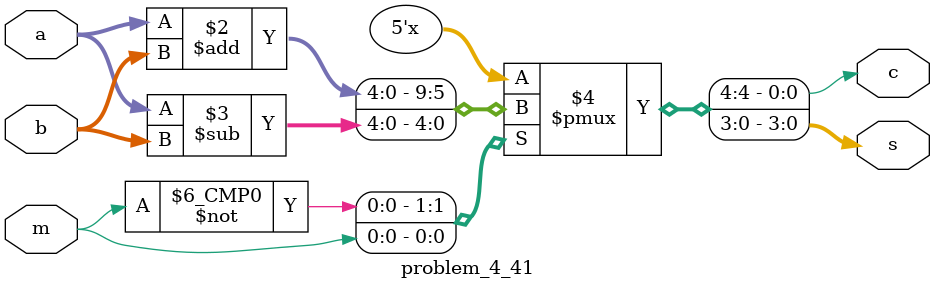
<source format=v>
module half_adder ( output s,c,
                    input x,y);
xor (s,x,y);
and (c,x,y);

endmodule 


module full_adder ( output s,c,
                    input x,y,z);

wire s1,c1,c2;
half_adder ha1 (s1,c1,x,y);
half_adder ha2 (s,c2,s1,z); 
or g1(c,c2,c1);

endmodule 

module ripple_carry_4_bit_adder ( output [3:0] sum , output c4,
                                  input [3:0] A,B , input c0);

wire c1,c2,c3;
full_adder fa0 (sum[0],c1,A[0],B[0],co),
           fa1 (sum[1],c2,A[1],B[1],c1),
           fa2 (sum[2],c3,A[2],B[2],c2),
           fa3 (sum[3],c4,A[3],B[3],c3);

endmodule 

module add_sub_4_bit ( output [3:0] s, output c4,
                       input [3:0] A,B, input M);

wire c1,c2,c3;
wire [3:0] B_xor;

xor (B_xor[0],B[0],M);
xor (B_xor[1],B[1],M);
xor (B_xor[2],B[2],M);
xor (B_xor[3],B[3],M);

ripple_carry_4_bit_adder r1 (s,c4,A,B_xor,M);

endmodule 

//// problem_4_38
module quad_2x1_mux( output [3:0] y,
                     input [3:0] a,b,
                     input e,s);
assign y = e ? 0 : (s ? b : a);

endmodule 

/////// problem_4_40
module adder_sub_4_bit ( output [3:0] s,
                         output c,
                         input [3:0] a,b,
                         input m);
assign {c,s} = m ? (a - b) : (a + b);

endmodule 

module problem_4_41 ( output reg [3:0] s,
                      output reg c,
                      input [3:0] a,b,
                      input m);
always @ (a,b,m)
case (m)
0 : {c,s} = a + b;
1 : {c,s} = a - b;
endcase

endmodule 














</source>
